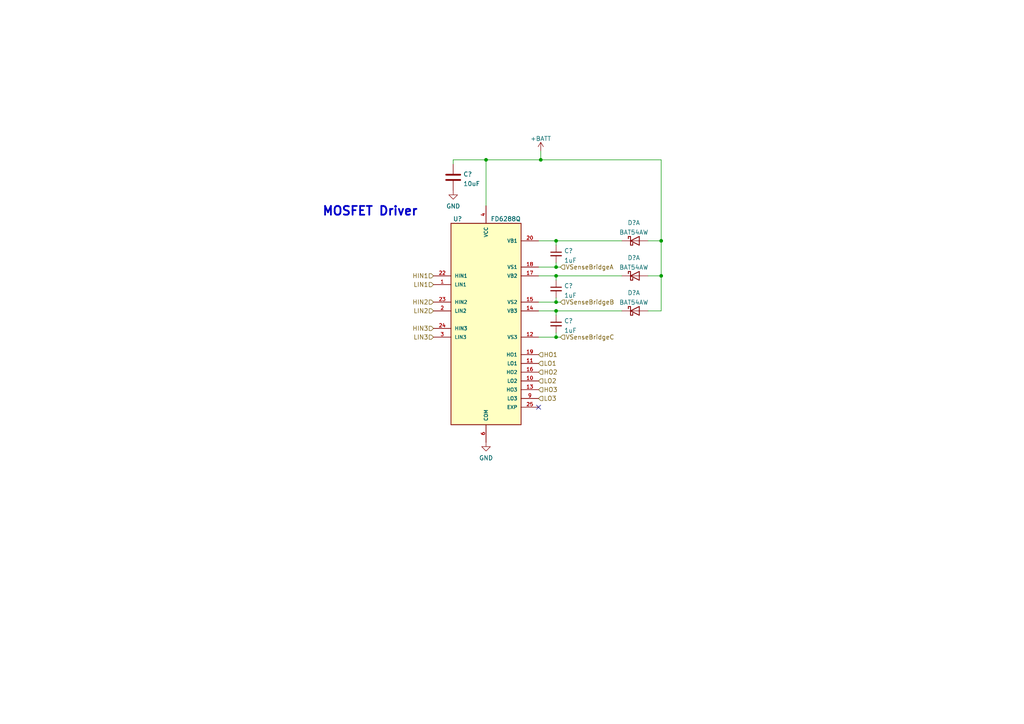
<source format=kicad_sch>
(kicad_sch (version 20211123) (generator eeschema)
  (paper "A4")
  (lib_symbols
    (symbol "BAT54:BAT54AW" (pin_numbers hide) (pin_names (offset 0) hide)
      (property "Reference" "D" (at 0 2.54 0))
      (property "Value" "BAT54AW" (at 0 2.54 0))
      (symbol "BAT54AW_0_1"
        (polyline (pts (xy 1.27 0) (xy -1.27 0)))
        (polyline (pts (xy 1.27 1.27) (xy 1.27 -1.27) (xy -1.27 0) (xy 1.27 1.27)) (stroke (width 0.254)))
        (polyline (pts (xy -1.905 0.635) (xy -1.905 1.27) (xy -1.27 1.27) (xy -1.27 -1.27) (xy -0.635 -1.27) (xy -0.635 -0.635)) (stroke (width 0.254)))
      )
      (symbol "BAT54AW_1_1"
        (pin passive line (at -3.81 0 0) (length 2.54) (name "") (number "1"))
        (pin passive line (at 3.81 0 180) (length 2.54) (name "") (number "3"))
      )
      (symbol "BAT54AW_2_1"
        (pin passive line (at -3.81 0 0) (length 2.54) (name "") (number "2"))
        (pin passive line (at 3.81 0 180) (length 2.54) (name "") (number "3"))
      )
    )
    (symbol "Device:C" (pin_numbers hide) (pin_names (offset 0.254))
      (property "Reference" "C" (at 0.635 2.54 0))
      (property "Value" "C" (at 0.635 -2.54 0))
      (symbol "C_0_1"
        (polyline (pts (xy -2.032 -0.762) (xy 2.032 -0.762)) (stroke (width 0.508)))
        (polyline (pts (xy -2.032 0.762) (xy 2.032 0.762)) (stroke (width 0.508)))
      )
      (symbol "C_1_1"
        (pin passive line (at 0 3.81 270) (length 2.794) (name "~") (number "1"))
        (pin passive line (at 0 -3.81 90) (length 2.794) (name "~") (number "2"))
      )
    )
    (symbol "Device:C_Small" (pin_numbers hide) (pin_names (offset 0.254) hide)
      (property "Reference" "C" (at 0.254 1.778 0))
      (property "Value" "C_Small" (at 0.254 -2.032 0))
      (symbol "C_Small_0_1"
        (polyline (pts (xy -1.524 -0.508) (xy 1.524 -0.508)) (stroke (width 0.3302)))
        (polyline (pts (xy -1.524 0.508) (xy 1.524 0.508)) (stroke (width 0.3048)))
      )
      (symbol "C_Small_1_1"
        (pin passive line (at 0 2.54 270) (length 2.032) (name "~") (number "1"))
        (pin passive line (at 0 -2.54 90) (length 2.032) (name "~") (number "2"))
      )
    )
    (symbol "FD6288Q:FD6288Q" (pin_names (offset 1.016))
      (property "Reference" "U?" (at -8.255 26.67 0))
      (property "Value" "FD6288Q" (at 5.715 26.67 0))
      (symbol "FD6288Q_0_0"
        (rectangle (start -10.16 25.4) (end 10.16 -33.02) (stroke (width 0.254)) (fill (type background)))
        (pin input line (at -15.24 7.62 0) (length 5.08) (name "LIN1") (number "1"))
        (pin output line (at 15.24 -20.32 180) (length 5.08) (name "LO2") (number "10"))
        (pin output line (at 15.24 -15.24 180) (length 5.08) (name "LO1") (number "11"))
        (pin power_in line (at 15.24 -7.62 180) (length 5.08) (name "VS3") (number "12"))
        (pin output line (at 15.24 -22.86 180) (length 5.08) (name "HO3") (number "13"))
        (pin power_in line (at 15.24 0 180) (length 5.08) (name "VB3") (number "14"))
        (pin power_in line (at 15.24 2.54 180) (length 5.08) (name "VS2") (number "15"))
        (pin output line (at 15.24 -17.78 180) (length 5.08) (name "HO2") (number "16"))
        (pin power_in line (at 15.24 10.16 180) (length 5.08) (name "VB2") (number "17"))
        (pin power_in line (at 15.24 12.7 180) (length 5.08) (name "VS1") (number "18"))
        (pin output line (at 15.24 -12.7 180) (length 5.08) (name "HO1") (number "19"))
        (pin input line (at -15.24 0 0) (length 5.08) (name "LIN2") (number "2"))
        (pin power_in line (at 15.24 20.32 180) (length 5.08) (name "VB1") (number "20"))
        (pin input line (at -15.24 10.16 0) (length 5.08) (name "HIN1") (number "22"))
        (pin input line (at -15.24 2.54 0) (length 5.08) (name "HIN2") (number "23"))
        (pin input line (at -15.24 -5.08 0) (length 5.08) (name "HIN3") (number "24"))
        (pin power_in line (at 15.24 -27.94 180) (length 5.08) (name "EXP") (number "25"))
        (pin input line (at -15.24 -7.62 0) (length 5.08) (name "LIN3") (number "3"))
        (pin power_in line (at 0 30.48 270) (length 5.08) (name "VCC") (number "4"))
        (pin power_in line (at 0 -38.1 90) (length 5.08) (name "COM") (number "6"))
        (pin output line (at 15.24 -25.4 180) (length 5.08) (name "LO3") (number "9"))
      )
    )
    (symbol "power:+BATT" (power) (pin_names (offset 0))
      (property "Value" "+BATT" (at 0 3.556 0))
      (symbol "+BATT_0_1"
        (polyline (pts (xy -0.762 1.27) (xy 0 2.54)))
        (polyline (pts (xy 0 0) (xy 0 2.54)))
        (polyline (pts (xy 0 2.54) (xy 0.762 1.27)))
      )
      (symbol "+BATT_1_1"
        (pin power_in line (at 0 0 90) (length 0) hide (name "+BATT") (number "1"))
      )
    )
    (symbol "power:GND" (power) (pin_names (offset 0))
      (property "Value" "GND" (at 0 -3.81 0))
      (symbol "GND_0_1"
        (polyline (pts (xy 0 0) (xy 0 -1.27) (xy 1.27 -1.27) (xy 0 -2.54) (xy -1.27 -1.27) (xy 0 -1.27)))
      )
      (symbol "GND_1_1"
        (pin power_in line (at 0 0 270) (length 0) hide (name "GND") (number "1"))
      )
    )
  )
  (junction (at 161.29 80.01))
  (junction (at 191.77 69.85))
  (junction (at 161.29 69.85))
  (junction (at 161.29 97.79))
  (junction (at 161.29 90.17))
  (junction (at 161.29 77.47))
  (junction (at 191.77 80.01))
  (junction (at 161.29 87.63))
  (junction (at 140.97 46.355))
  (junction (at 156.845 46.355))
  (no_connect (at 156.21 118.11))
  (wire (pts (xy 131.445 47.625) (xy 131.445 46.355)))
  (wire (pts (xy 140.97 46.355) (xy 156.845 46.355)))
  (wire (pts (xy 156.21 80.01) (xy 161.29 80.01)))
  (wire (pts (xy 162.56 77.47) (xy 161.29 77.47)))
  (wire (pts (xy 156.845 43.815) (xy 156.845 46.355)))
  (wire (pts (xy 191.77 80.01) (xy 191.77 90.17)))
  (wire (pts (xy 162.56 97.79) (xy 161.29 97.79)))
  (wire (pts (xy 161.29 69.85) (xy 180.34 69.85)))
  (wire (pts (xy 161.29 91.44) (xy 161.29 90.17)))
  (wire (pts (xy 156.21 90.17) (xy 161.29 90.17)))
  (wire (pts (xy 161.29 87.63) (xy 156.21 87.63)))
  (wire (pts (xy 187.96 90.17) (xy 191.77 90.17)))
  (wire (pts (xy 161.29 86.36) (xy 161.29 87.63)))
  (wire (pts (xy 161.29 77.47) (xy 156.21 77.47)))
  (wire (pts (xy 140.97 46.355) (xy 140.97 59.69)))
  (wire (pts (xy 156.845 46.355) (xy 191.77 46.355)))
  (wire (pts (xy 191.77 46.355) (xy 191.77 69.85)))
  (wire (pts (xy 161.29 80.01) (xy 180.34 80.01)))
  (wire (pts (xy 161.29 96.52) (xy 161.29 97.79)))
  (wire (pts (xy 161.29 81.28) (xy 161.29 80.01)))
  (wire (pts (xy 162.56 87.63) (xy 161.29 87.63)))
  (wire (pts (xy 161.29 90.17) (xy 180.34 90.17)))
  (wire (pts (xy 161.29 76.2) (xy 161.29 77.47)))
  (wire (pts (xy 187.96 80.01) (xy 191.77 80.01)))
  (wire (pts (xy 191.77 69.85) (xy 191.77 80.01)))
  (wire (pts (xy 161.29 69.85) (xy 161.29 71.12)))
  (wire (pts (xy 156.21 69.85) (xy 161.29 69.85)))
  (wire (pts (xy 131.445 46.355) (xy 140.97 46.355)))
  (wire (pts (xy 161.29 97.79) (xy 156.21 97.79)))
  (wire (pts (xy 187.96 69.85) (xy 191.77 69.85)))
  (text "MOSFET Driver" (at 93.345 62.865 0) (effects (font (size 2.54 2.54) (thickness 0.508) bold) (justify left bottom)))
  (hierarchical_label "LIN3" (shape input) (at 125.73 97.79 180))
  (hierarchical_label "LIN1" (shape input) (at 125.73 82.55 180))
  (hierarchical_label "HIN2" (shape input) (at 125.73 87.63 180))
  (hierarchical_label "VSenseBridgeB" (shape input) (at 162.56 87.63 0))
  (hierarchical_label "LO2" (shape input) (at 156.21 110.49 0))
  (hierarchical_label "VSenseBridgeC" (shape input) (at 162.56 97.79 0))
  (hierarchical_label "HO2" (shape input) (at 156.21 107.95 0))
  (hierarchical_label "LO3" (shape input) (at 156.21 115.57 0))
  (hierarchical_label "VSenseBridgeA" (shape input) (at 162.56 77.47 0))
  (hierarchical_label "HO3" (shape input) (at 156.21 113.03 0))
  (hierarchical_label "HIN3" (shape input) (at 125.73 95.25 180))
  (hierarchical_label "LIN2" (shape input) (at 125.73 90.17 180))
  (hierarchical_label "HO1" (shape input) (at 156.21 102.87 0))
  (hierarchical_label "HIN1" (shape input) (at 125.73 80.01 180))
  (hierarchical_label "LO1" (shape input) (at 156.21 105.41 0))
  (symbol (lib_id "BAT54:BAT54AW") (at 184.15 80.01 0)
    (property "Reference" "D?" (at 183.8325 74.7735 0))
    (property "Value" "BAT54AW" (at 183.8325 77.5486 0))
  )
  (symbol (lib_id "BAT54:BAT54AW") (at 184.15 69.85 0)
    (property "Reference" "D?" (at 183.8325 64.6135 0))
    (property "Value" "BAT54AW" (at 183.8325 67.3886 0))
  )
  (symbol (lib_id "Device:C") (at 131.445 51.435 0)
    (property "Reference" "C?" (at 134.366 50.5265 0) (effects (justify left)))
    (property "Value" "10uF" (at 134.366 53.3016 0) (effects (justify left)))
  )
  (symbol (lib_id "power:GND") (at 140.97 128.27 0)
    (property "Reference" "#PWR?" (effects hide))
    (property "Value" "GND" (at 140.97 132.8325 0))
  )
  (symbol (lib_id "Device:C_Small") (at 161.29 93.98 0)
    (property "Reference" "C?" (at 163.6141 93.0778 0) (effects (justify left)))
    (property "Value" "1uF" (at 163.6141 95.8529 0) (effects (justify left)))
  )
  (symbol (lib_id "power:+BATT") (at 156.845 43.815 0)
    (property "Reference" "#PWR?" (effects hide))
    (property "Value" "+BATT" (at 156.845 40.2105 0))
  )
  (symbol (lib_id "Device:C_Small") (at 161.29 73.66 0)
    (property "Reference" "C?" (at 163.6141 72.7578 0) (effects (justify left)))
    (property "Value" "1uF" (at 163.6141 75.5329 0) (effects (justify left)))
  )
  (symbol (lib_id "power:GND") (at 131.445 55.245 0)
    (property "Reference" "#PWR?" (effects hide))
    (property "Value" "GND" (at 131.445 59.8075 0))
  )
  (symbol (lib_id "FD6288Q:FD6288Q") (at 140.97 90.17 0)
    (property "Reference" "U?" (at 132.715 63.5 0))
    (property "Value" "FD6288Q" (at 146.685 63.5 0))
    (property "Footprint" "QFN50P400X400X90-25N" (effects hide))
    (property "Datasheet" "https://static.qingshow.net/fortiortech/file/1597746029372.pdf" (effects hide))
    (property "STANDARD" "IPC-7351B" (effects hide))
    (property "MANUFACTURER" "Fortior Tech" (effects hide))
  )
  (symbol (lib_id "BAT54:BAT54AW") (at 184.15 90.17 0)
    (property "Reference" "D?" (at 183.8325 84.9335 0))
    (property "Value" "BAT54AW" (at 183.8325 87.7086 0))
  )
  (symbol (lib_id "Device:C_Small") (at 161.29 83.82 0)
    (property "Reference" "C?" (at 163.6141 82.9178 0) (effects (justify left)))
    (property "Value" "1uF" (at 163.6141 85.6929 0) (effects (justify left)))
  )
)
</source>
